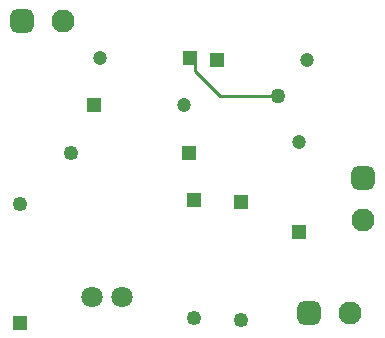
<source format=gtl>
G04*
G04 #@! TF.GenerationSoftware,Altium Limited,Altium Designer,23.3.1 (30)*
G04*
G04 Layer_Physical_Order=1*
G04 Layer_Color=255*
%FSLAX44Y44*%
%MOMM*%
G71*
G04*
G04 #@! TF.SameCoordinates,7B0CC697-CB82-4889-8CF9-0E38B3BB7E85*
G04*
G04*
G04 #@! TF.FilePolarity,Positive*
G04*
G01*
G75*
%ADD11C,0.2540*%
%ADD14R,1.2000X1.2000*%
%ADD15C,1.2000*%
%ADD17R,1.2000X1.2000*%
%ADD18C,1.2500*%
%ADD19R,1.2500X1.2500*%
%ADD21R,1.2500X1.2500*%
%ADD23C,1.9500*%
G04:AMPARAMS|DCode=24|XSize=1.95mm|YSize=1.95mm|CornerRadius=0.4875mm|HoleSize=0mm|Usage=FLASHONLY|Rotation=0.000|XOffset=0mm|YOffset=0mm|HoleType=Round|Shape=RoundedRectangle|*
%AMROUNDEDRECTD24*
21,1,1.9500,0.9750,0,0,0.0*
21,1,0.9750,1.9500,0,0,0.0*
1,1,0.9750,0.4875,-0.4875*
1,1,0.9750,-0.4875,-0.4875*
1,1,0.9750,-0.4875,0.4875*
1,1,0.9750,0.4875,0.4875*
%
%ADD24ROUNDEDRECTD24*%
%ADD25C,1.8000*%
G04:AMPARAMS|DCode=26|XSize=1.95mm|YSize=1.95mm|CornerRadius=0.4875mm|HoleSize=0mm|Usage=FLASHONLY|Rotation=270.000|XOffset=0mm|YOffset=0mm|HoleType=Round|Shape=RoundedRectangle|*
%AMROUNDEDRECTD26*
21,1,1.9500,0.9750,0,0,270.0*
21,1,0.9750,1.9500,0,0,270.0*
1,1,0.9750,-0.4875,-0.4875*
1,1,0.9750,-0.4875,0.4875*
1,1,0.9750,0.4875,0.4875*
1,1,0.9750,0.4875,-0.4875*
%
%ADD26ROUNDEDRECTD26*%
%ADD27C,1.2700*%
D11*
X448310Y510540D02*
X497840D01*
X422940Y542290D02*
X427670Y537560D01*
Y531180D02*
Y537560D01*
Y531180D02*
X448310Y510540D01*
D14*
X445740Y541020D02*
D03*
X341600Y502920D02*
D03*
X422940Y542290D02*
D03*
D15*
X522000Y541020D02*
D03*
X417860Y502920D02*
D03*
X346680Y542290D02*
D03*
X515620Y471200D02*
D03*
D17*
Y394940D02*
D03*
D18*
X466090Y320370D02*
D03*
X279400Y418300D02*
D03*
X426720Y322110D02*
D03*
X322110Y462280D02*
D03*
D19*
X466090Y420370D02*
D03*
X279400Y318300D02*
D03*
X426720Y422110D02*
D03*
D21*
X422110Y462280D02*
D03*
D23*
X315950Y573580D02*
D03*
X558800Y326390D02*
D03*
X569770Y405410D02*
D03*
D24*
X280950Y573580D02*
D03*
X523800Y326390D02*
D03*
D25*
X340360Y340310D02*
D03*
X365760D02*
D03*
D26*
X569770Y440410D02*
D03*
D27*
X497840Y510540D02*
D03*
M02*

</source>
